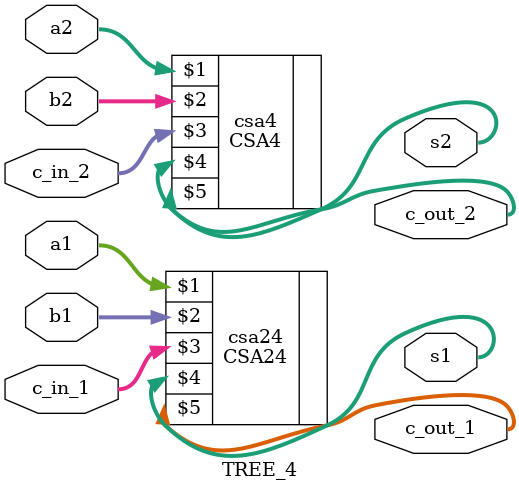
<source format=v>
`timescale 1ns / 1ps


(* keep_hierarchy = "yes" *) module TREE_4(a1, a2, b1, b2, c_in_1, c_in_2, s1, s2, c_out_1, c_out_2);
    input [23:0] a1, b1, c_in_1;
    input [3:0] a2, b2, c_in_2;
    output [23:0] s1, c_out_1;
    output [3:0] s2, c_out_2;
    
    CSA24 csa24(a1, b1, c_in_1, s1, c_out_1);
    CSA4 csa4(a2, b2, c_in_2, s2, c_out_2);
endmodule

</source>
